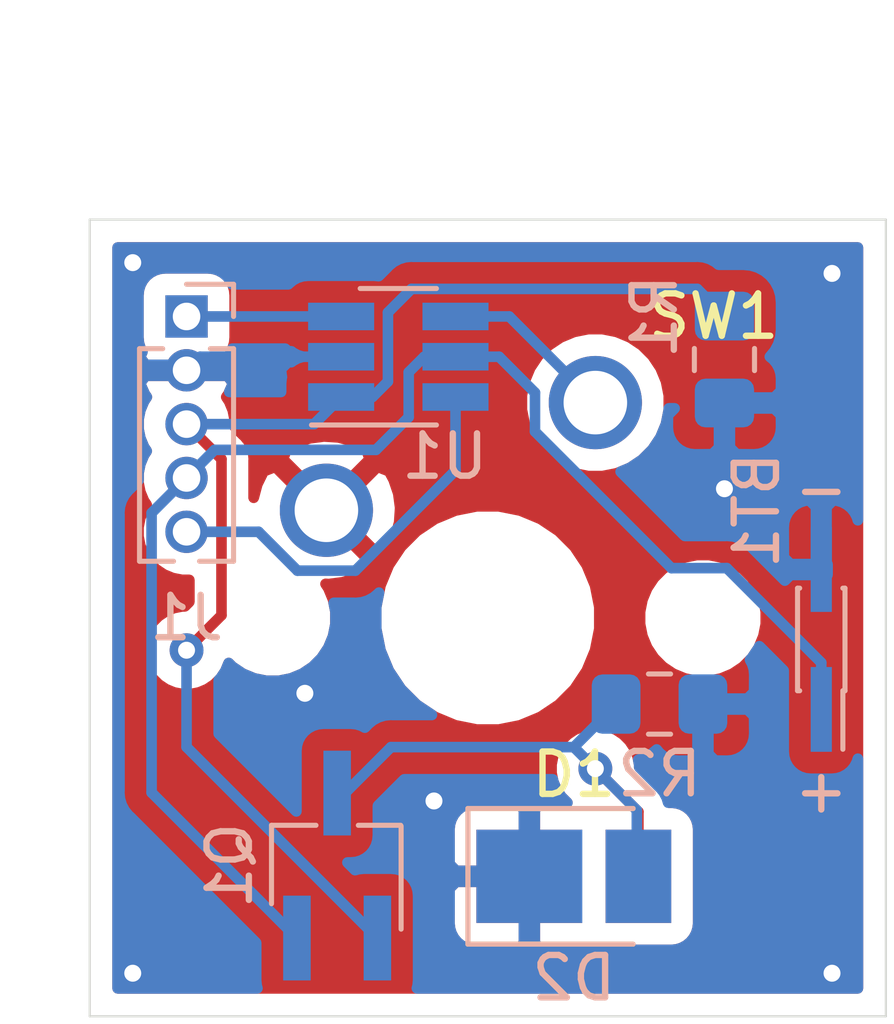
<source format=kicad_pcb>
(kicad_pcb (version 20171130) (host pcbnew "(5.1.6)-1")

  (general
    (thickness 1.6)
    (drawings 6)
    (tracks 58)
    (zones 0)
    (modules 9)
    (nets 8)
  )

  (page A4)
  (layers
    (0 F.Cu signal)
    (31 B.Cu signal)
    (32 B.Adhes user)
    (33 F.Adhes user)
    (34 B.Paste user)
    (35 F.Paste user)
    (36 B.SilkS user)
    (37 F.SilkS user)
    (38 B.Mask user)
    (39 F.Mask user)
    (40 Dwgs.User user)
    (41 Cmts.User user)
    (42 Eco1.User user)
    (43 Eco2.User user)
    (44 Edge.Cuts user)
    (45 Margin user)
    (46 B.CrtYd user)
    (47 F.CrtYd user)
    (48 B.Fab user)
    (49 F.Fab user)
  )

  (setup
    (last_trace_width 0.25)
    (trace_clearance 0.2)
    (zone_clearance 0.508)
    (zone_45_only no)
    (trace_min 0.2)
    (via_size 0.8)
    (via_drill 0.4)
    (via_min_size 0.4)
    (via_min_drill 0.3)
    (uvia_size 0.3)
    (uvia_drill 0.1)
    (uvias_allowed no)
    (uvia_min_size 0.2)
    (uvia_min_drill 0.1)
    (edge_width 0.05)
    (segment_width 0.2)
    (pcb_text_width 0.3)
    (pcb_text_size 1.5 1.5)
    (mod_edge_width 0.12)
    (mod_text_size 1 1)
    (mod_text_width 0.15)
    (pad_size 1.524 1.524)
    (pad_drill 0.762)
    (pad_to_mask_clearance 0.05)
    (aux_axis_origin 0 0)
    (visible_elements 7FFFFFFF)
    (pcbplotparams
      (layerselection 0x010fc_ffffffff)
      (usegerberextensions false)
      (usegerberattributes true)
      (usegerberadvancedattributes true)
      (creategerberjobfile true)
      (excludeedgelayer true)
      (linewidth 0.100000)
      (plotframeref false)
      (viasonmask false)
      (mode 1)
      (useauxorigin false)
      (hpglpennumber 1)
      (hpglpenspeed 20)
      (hpglpendiameter 15.000000)
      (psnegative false)
      (psa4output false)
      (plotreference true)
      (plotvalue true)
      (plotinvisibletext false)
      (padsonsilk false)
      (subtractmaskfromsilk false)
      (outputformat 1)
      (mirror false)
      (drillshape 1)
      (scaleselection 1)
      (outputdirectory ""))
  )

  (net 0 "")
  (net 1 GND)
  (net 2 "Net-(BT1-Pad1)")
  (net 3 "Net-(D1-Pad2)")
  (net 4 "Net-(J1-Pad5)")
  (net 5 /PB0)
  (net 6 "Net-(J1-Pad1)")
  (net 7 /PCINT2)

  (net_class Default "This is the default net class."
    (clearance 0.2)
    (trace_width 0.25)
    (via_dia 0.8)
    (via_drill 0.4)
    (uvia_dia 0.3)
    (uvia_drill 0.1)
    (add_net /PB0)
    (add_net /PCINT2)
    (add_net GND)
    (add_net "Net-(BT1-Pad1)")
    (add_net "Net-(D1-Pad2)")
    (add_net "Net-(J1-Pad1)")
    (add_net "Net-(J1-Pad5)")
  )

  (module Resistor_SMD:R_0805_2012Metric_Pad1.15x1.40mm_HandSolder (layer B.Cu) (tedit 5B36C52B) (tstamp 60A8972D)
    (at 141.723 64.516)
    (descr "Resistor SMD 0805 (2012 Metric), square (rectangular) end terminal, IPC_7351 nominal with elongated pad for handsoldering. (Body size source: https://docs.google.com/spreadsheets/d/1BsfQQcO9C6DZCsRaXUlFlo91Tg2WpOkGARC1WS5S8t0/edit?usp=sharing), generated with kicad-footprint-generator")
    (tags "resistor handsolder")
    (path /60A89513)
    (attr smd)
    (fp_text reference R2 (at 0 1.65) (layer B.SilkS)
      (effects (font (size 1 1) (thickness 0.15)) (justify mirror))
    )
    (fp_text value 10k (at 0 -1.65) (layer B.Fab)
      (effects (font (size 1 1) (thickness 0.15)) (justify mirror))
    )
    (fp_line (start 1.85 -0.95) (end -1.85 -0.95) (layer B.CrtYd) (width 0.05))
    (fp_line (start 1.85 0.95) (end 1.85 -0.95) (layer B.CrtYd) (width 0.05))
    (fp_line (start -1.85 0.95) (end 1.85 0.95) (layer B.CrtYd) (width 0.05))
    (fp_line (start -1.85 -0.95) (end -1.85 0.95) (layer B.CrtYd) (width 0.05))
    (fp_line (start -0.261252 -0.71) (end 0.261252 -0.71) (layer B.SilkS) (width 0.12))
    (fp_line (start -0.261252 0.71) (end 0.261252 0.71) (layer B.SilkS) (width 0.12))
    (fp_line (start 1 -0.6) (end -1 -0.6) (layer B.Fab) (width 0.1))
    (fp_line (start 1 0.6) (end 1 -0.6) (layer B.Fab) (width 0.1))
    (fp_line (start -1 0.6) (end 1 0.6) (layer B.Fab) (width 0.1))
    (fp_line (start -1 -0.6) (end -1 0.6) (layer B.Fab) (width 0.1))
    (fp_text user %R (at 0 0) (layer B.Fab)
      (effects (font (size 0.5 0.5) (thickness 0.08)) (justify mirror))
    )
    (pad 2 smd roundrect (at 1.025 0) (size 1.15 1.4) (layers B.Cu B.Paste B.Mask) (roundrect_rratio 0.217391)
      (net 1 GND))
    (pad 1 smd roundrect (at -1.025 0) (size 1.15 1.4) (layers B.Cu B.Paste B.Mask) (roundrect_rratio 0.217391)
      (net 3 "Net-(D1-Pad2)"))
    (model ${KISYS3DMOD}/Resistor_SMD.3dshapes/R_0805_2012Metric.wrl
      (at (xyz 0 0 0))
      (scale (xyz 1 1 1))
      (rotate (xyz 0 0 0))
    )
  )

  (module LED_SMD:LED_PLCC_2835_Handsoldering (layer B.Cu) (tedit 5C65228D) (tstamp 60A1215F)
    (at 139.7 68.58)
    (descr https://www.luckylight.cn/media/component/data-sheet/R2835BC-B2M-M10.pdf)
    (tags LED)
    (path /60A1242A)
    (attr smd)
    (fp_text reference D2 (at 0 2.4) (layer B.SilkS)
      (effects (font (size 1 1) (thickness 0.15)) (justify mirror))
    )
    (fp_text value LED (at 0 -2.475) (layer B.Fab)
      (effects (font (size 1 1) (thickness 0.15)) (justify mirror))
    )
    (fp_line (start -1.05 1.4) (end -1.75 0.7) (layer B.Fab) (width 0.1))
    (fp_line (start -2.5 1.6) (end -2.5 -1.6) (layer B.SilkS) (width 0.12))
    (fp_line (start 1.75 -1.4) (end -1.75 -1.4) (layer B.Fab) (width 0.1))
    (fp_line (start -1.75 -1.4) (end -1.75 0.7) (layer B.Fab) (width 0.1))
    (fp_line (start -1.05 1.4) (end 1.75 1.4) (layer B.Fab) (width 0.1))
    (fp_line (start 1.75 1.4) (end 1.75 -1.4) (layer B.Fab) (width 0.1))
    (fp_line (start 1.4 -1.6) (end -2.5 -1.6) (layer B.SilkS) (width 0.12))
    (fp_line (start 1.4 1.6) (end -2.5 1.6) (layer B.SilkS) (width 0.12))
    (fp_line (start 2.55 -1.65) (end -2.55 -1.65) (layer B.CrtYd) (width 0.05))
    (fp_line (start -2.55 -1.65) (end -2.55 1.65) (layer B.CrtYd) (width 0.05))
    (fp_line (start -2.55 1.65) (end 2.55 1.65) (layer B.CrtYd) (width 0.05))
    (fp_line (start 2.55 1.65) (end 2.55 -1.65) (layer B.CrtYd) (width 0.05))
    (fp_text user %R (at 0 0) (layer B.Fab)
      (effects (font (size 0.9 0.9) (thickness 0.135)) (justify mirror))
    )
    (pad 2 smd rect (at 1.525 0) (size 1.55 2.2) (layers B.Cu B.Paste B.Mask)
      (net 3 "Net-(D1-Pad2)"))
    (pad 1 smd rect (at -1.05 0) (size 2.5 2.2) (layers B.Cu B.Paste B.Mask)
      (net 1 GND))
    (model ${KISYS3DMOD}/LED_SMD.3dshapes/LED_PLCC_2835.wrl
      (at (xyz 0 0 0))
      (scale (xyz 1 1 1))
      (rotate (xyz 0 0 0))
    )
  )

  (module LED_SMD:LED_PLCC_2835_Handsoldering (layer F.Cu) (tedit 5C65228D) (tstamp 60A097C2)
    (at 139.699 68.58)
    (descr https://www.luckylight.cn/media/component/data-sheet/R2835BC-B2M-M10.pdf)
    (tags LED)
    (path /60A1A4B3)
    (attr smd)
    (fp_text reference D1 (at 0 -2.4) (layer F.SilkS)
      (effects (font (size 1 1) (thickness 0.15)))
    )
    (fp_text value LED (at 0 2.475) (layer F.Fab)
      (effects (font (size 1 1) (thickness 0.15)))
    )
    (fp_line (start -1.05 -1.4) (end -1.75 -0.7) (layer F.Fab) (width 0.1))
    (fp_line (start -2.5 -1.6) (end -2.5 1.6) (layer F.SilkS) (width 0.12))
    (fp_line (start 1.75 1.4) (end -1.75 1.4) (layer F.Fab) (width 0.1))
    (fp_line (start -1.75 1.4) (end -1.75 -0.7) (layer F.Fab) (width 0.1))
    (fp_line (start -1.05 -1.4) (end 1.75 -1.4) (layer F.Fab) (width 0.1))
    (fp_line (start 1.75 -1.4) (end 1.75 1.4) (layer F.Fab) (width 0.1))
    (fp_line (start 1.4 1.6) (end -2.5 1.6) (layer F.SilkS) (width 0.12))
    (fp_line (start 1.4 -1.6) (end -2.5 -1.6) (layer F.SilkS) (width 0.12))
    (fp_line (start 2.55 1.65) (end -2.55 1.65) (layer F.CrtYd) (width 0.05))
    (fp_line (start -2.55 1.65) (end -2.55 -1.65) (layer F.CrtYd) (width 0.05))
    (fp_line (start -2.55 -1.65) (end 2.55 -1.65) (layer F.CrtYd) (width 0.05))
    (fp_line (start 2.55 -1.65) (end 2.55 1.65) (layer F.CrtYd) (width 0.05))
    (fp_text user %R (at 0 0) (layer F.Fab)
      (effects (font (size 0.9 0.9) (thickness 0.135)))
    )
    (pad 2 smd rect (at 1.525 0) (size 1.55 2.2) (layers F.Cu F.Paste F.Mask)
      (net 3 "Net-(D1-Pad2)"))
    (pad 1 smd rect (at -1.05 0) (size 2.5 2.2) (layers F.Cu F.Paste F.Mask)
      (net 1 GND))
    (model ${KISYS3DMOD}/LED_SMD.3dshapes/LED_PLCC_2835.wrl
      (at (xyz 0 0 0))
      (scale (xyz 1 1 1))
      (rotate (xyz 0 0 0))
    )
  )

  (module Resistor_SMD:R_0805_2012Metric_Pad1.15x1.40mm_HandSolder (layer B.Cu) (tedit 5B36C52B) (tstamp 60A11FAB)
    (at 143.256 56.388 270)
    (descr "Resistor SMD 0805 (2012 Metric), square (rectangular) end terminal, IPC_7351 nominal with elongated pad for handsoldering. (Body size source: https://docs.google.com/spreadsheets/d/1BsfQQcO9C6DZCsRaXUlFlo91Tg2WpOkGARC1WS5S8t0/edit?usp=sharing), generated with kicad-footprint-generator")
    (tags "resistor handsolder")
    (path /60A12278)
    (attr smd)
    (fp_text reference R1 (at -1.016 1.65 90) (layer B.SilkS)
      (effects (font (size 1 1) (thickness 0.15)) (justify mirror))
    )
    (fp_text value 10k (at 0 -1.65 90) (layer B.Fab)
      (effects (font (size 1 1) (thickness 0.15)) (justify mirror))
    )
    (fp_line (start -1 -0.6) (end -1 0.6) (layer B.Fab) (width 0.1))
    (fp_line (start -1 0.6) (end 1 0.6) (layer B.Fab) (width 0.1))
    (fp_line (start 1 0.6) (end 1 -0.6) (layer B.Fab) (width 0.1))
    (fp_line (start 1 -0.6) (end -1 -0.6) (layer B.Fab) (width 0.1))
    (fp_line (start -0.261252 0.71) (end 0.261252 0.71) (layer B.SilkS) (width 0.12))
    (fp_line (start -0.261252 -0.71) (end 0.261252 -0.71) (layer B.SilkS) (width 0.12))
    (fp_line (start -1.85 -0.95) (end -1.85 0.95) (layer B.CrtYd) (width 0.05))
    (fp_line (start -1.85 0.95) (end 1.85 0.95) (layer B.CrtYd) (width 0.05))
    (fp_line (start 1.85 0.95) (end 1.85 -0.95) (layer B.CrtYd) (width 0.05))
    (fp_line (start 1.85 -0.95) (end -1.85 -0.95) (layer B.CrtYd) (width 0.05))
    (fp_text user %R (at 0 0 90) (layer B.Fab)
      (effects (font (size 0.5 0.5) (thickness 0.08)) (justify mirror))
    )
    (pad 2 smd roundrect (at 1.025 0 270) (size 1.15 1.4) (layers B.Cu B.Paste B.Mask) (roundrect_rratio 0.217391)
      (net 1 GND))
    (pad 1 smd roundrect (at -1.025 0 270) (size 1.15 1.4) (layers B.Cu B.Paste B.Mask) (roundrect_rratio 0.217391)
      (net 5 /PB0))
    (model ${KISYS3DMOD}/Resistor_SMD.3dshapes/R_0805_2012Metric.wrl
      (at (xyz 0 0 0))
      (scale (xyz 1 1 1))
      (rotate (xyz 0 0 0))
    )
  )

  (module Button_Switch_Keyboard:SW_Cherry_MX_1.00u_PCB (layer F.Cu) (tedit 60A00B6D) (tstamp 60A0980C)
    (at 140.208 57.404)
    (descr "Cherry MX keyswitch, 1.00u, PCB mount, http://cherryamericas.com/wp-content/uploads/2014/12/mx_cat.pdf")
    (tags "Cherry MX keyswitch 1.00u PCB")
    (path /60A01BC8)
    (fp_text reference SW1 (at 2.794 -2.032 180) (layer F.SilkS)
      (effects (font (size 1 1) (thickness 0.15)))
    )
    (fp_text value SW_Push (at 3.048 -2.794) (layer F.Fab)
      (effects (font (size 1 1) (thickness 0.15)))
    )
    (fp_line (start -12.065 14.605) (end -12.065 -4.445) (layer Dwgs.User) (width 0.15))
    (fp_line (start 6.985 14.605) (end -12.065 14.605) (layer Dwgs.User) (width 0.15))
    (fp_line (start 6.985 -4.445) (end 6.985 14.605) (layer Dwgs.User) (width 0.15))
    (fp_line (start -12.065 -4.445) (end 6.985 -4.445) (layer Dwgs.User) (width 0.15))
    (fp_line (start -9.14 -1.52) (end 4.06 -1.52) (layer F.CrtYd) (width 0.05))
    (fp_line (start 4.06 -1.52) (end 4.06 11.68) (layer F.CrtYd) (width 0.05))
    (fp_line (start 4.06 11.68) (end -9.14 11.68) (layer F.CrtYd) (width 0.05))
    (fp_line (start -9.14 11.68) (end -9.14 -1.52) (layer F.CrtYd) (width 0.05))
    (fp_line (start -8.89 11.43) (end -8.89 -1.27) (layer F.Fab) (width 0.1))
    (fp_line (start 3.81 11.43) (end -8.89 11.43) (layer F.Fab) (width 0.1))
    (fp_line (start 3.81 -1.27) (end 3.81 11.43) (layer F.Fab) (width 0.1))
    (fp_line (start -8.89 -1.27) (end 3.81 -1.27) (layer F.Fab) (width 0.1))
    (fp_text user %R (at -2.54 -2.794) (layer F.Fab)
      (effects (font (size 1 1) (thickness 0.15)))
    )
    (pad "" np_thru_hole circle (at 2.54 5.08) (size 1.7 1.7) (drill 1.7) (layers *.Cu *.Mask))
    (pad "" np_thru_hole circle (at -7.62 5.08) (size 1.7 1.7) (drill 1.7) (layers *.Cu *.Mask))
    (pad "" np_thru_hole circle (at -2.54 5.08) (size 4 4) (drill 4) (layers *.Cu *.Mask))
    (pad 2 thru_hole circle (at -6.35 2.54) (size 2.2 2.2) (drill 1.5) (layers *.Cu *.Mask)
      (net 1 GND))
    (pad 1 thru_hole circle (at 0 0) (size 2.2 2.2) (drill 1.5) (layers *.Cu *.Mask)
      (net 7 /PCINT2))
    (model ${KISYS3DMOD}/Button_Switch_Keyboard.3dshapes/SW_Cherry_MX_1.00u_PCB.wrl
      (at (xyz 0 0 0))
      (scale (xyz 1 1 1))
      (rotate (xyz 0 0 0))
    )
  )

  (module Connector_PinHeader_1.27mm:PinHeader_1x05_P1.27mm_Vertical (layer B.Cu) (tedit 59FED6E3) (tstamp 60A097DD)
    (at 130.556 55.372 180)
    (descr "Through hole straight pin header, 1x05, 1.27mm pitch, single row")
    (tags "Through hole pin header THT 1x05 1.27mm single row")
    (path /60A0C918)
    (fp_text reference J1 (at 0 -7.112 180) (layer B.SilkS)
      (effects (font (size 1 1) (thickness 0.15)) (justify mirror))
    )
    (fp_text value Conn_01x05_Female (at 3.556 -0.254 90) (layer B.Fab)
      (effects (font (size 1 1) (thickness 0.15)) (justify mirror))
    )
    (fp_line (start 1.55 1.15) (end -1.55 1.15) (layer B.CrtYd) (width 0.05))
    (fp_line (start 1.55 -6.25) (end 1.55 1.15) (layer B.CrtYd) (width 0.05))
    (fp_line (start -1.55 -6.25) (end 1.55 -6.25) (layer B.CrtYd) (width 0.05))
    (fp_line (start -1.55 1.15) (end -1.55 -6.25) (layer B.CrtYd) (width 0.05))
    (fp_line (start -1.11 0.76) (end 0 0.76) (layer B.SilkS) (width 0.12))
    (fp_line (start -1.11 0) (end -1.11 0.76) (layer B.SilkS) (width 0.12))
    (fp_line (start 0.563471 -0.76) (end 1.11 -0.76) (layer B.SilkS) (width 0.12))
    (fp_line (start -1.11 -0.76) (end -0.563471 -0.76) (layer B.SilkS) (width 0.12))
    (fp_line (start 1.11 -0.76) (end 1.11 -5.775) (layer B.SilkS) (width 0.12))
    (fp_line (start -1.11 -0.76) (end -1.11 -5.775) (layer B.SilkS) (width 0.12))
    (fp_line (start 0.30753 -5.775) (end 1.11 -5.775) (layer B.SilkS) (width 0.12))
    (fp_line (start -1.11 -5.775) (end -0.30753 -5.775) (layer B.SilkS) (width 0.12))
    (fp_line (start -1.05 0.11) (end -0.525 0.635) (layer B.Fab) (width 0.1))
    (fp_line (start -1.05 -5.715) (end -1.05 0.11) (layer B.Fab) (width 0.1))
    (fp_line (start 1.05 -5.715) (end -1.05 -5.715) (layer B.Fab) (width 0.1))
    (fp_line (start 1.05 0.635) (end 1.05 -5.715) (layer B.Fab) (width 0.1))
    (fp_line (start -0.525 0.635) (end 1.05 0.635) (layer B.Fab) (width 0.1))
    (pad 5 thru_hole oval (at 0 -5.08 180) (size 1 1) (drill 0.65) (layers *.Cu *.Mask)
      (net 4 "Net-(J1-Pad5)"))
    (pad 4 thru_hole oval (at 0 -3.81 180) (size 1 1) (drill 0.65) (layers *.Cu *.Mask)
      (net 2 "Net-(BT1-Pad1)"))
    (pad 3 thru_hole oval (at 0 -2.54 180) (size 1 1) (drill 0.65) (layers *.Cu *.Mask)
      (net 5 /PB0))
    (pad 2 thru_hole oval (at 0 -1.27 180) (size 1 1) (drill 0.65) (layers *.Cu *.Mask)
      (net 1 GND))
    (pad 1 thru_hole rect (at 0 0 180) (size 1 1) (drill 0.65) (layers *.Cu *.Mask)
      (net 6 "Net-(J1-Pad1)"))
    (model ${KISYS3DMOD}/Connector_PinHeader_1.27mm.3dshapes/PinHeader_1x05_P1.27mm_Vertical.wrl
      (at (xyz 0 0 0))
      (scale (xyz 1 1 1))
      (rotate (xyz 0 0 0))
    )
  )

  (module Connector_PinHeader_1.00mm:PinHeader_2x01_P1.00mm_Vertical_SMD (layer B.Cu) (tedit 59FED738) (tstamp 60A0ABAD)
    (at 145.542 62.992 90)
    (descr "surface-mounted straight pin header, 2x01, 1.00mm pitch, double rows")
    (tags "Surface mounted pin header SMD 2x01 1.00mm double row")
    (path /60A05475)
    (attr smd)
    (fp_text reference BT1 (at 3.048 -1.524 -90) (layer B.SilkS)
      (effects (font (size 1 1) (thickness 0.15)) (justify mirror))
    )
    (fp_text value LR44 (at 0 -1.56 -90) (layer B.Fab)
      (effects (font (size 1 1) (thickness 0.15)) (justify mirror))
    )
    (fp_line (start 3.65 1) (end -3.65 1) (layer B.CrtYd) (width 0.05))
    (fp_line (start 3.65 -1) (end 3.65 1) (layer B.CrtYd) (width 0.05))
    (fp_line (start -3.65 -1) (end 3.65 -1) (layer B.CrtYd) (width 0.05))
    (fp_line (start -3.65 1) (end -3.65 -1) (layer B.CrtYd) (width 0.05))
    (fp_line (start 1.21 -0.51) (end 1.21 -0.56) (layer B.SilkS) (width 0.12))
    (fp_line (start -1.21 -0.51) (end -1.21 -0.56) (layer B.SilkS) (width 0.12))
    (fp_line (start 1.21 0.56) (end 1.21 0.51) (layer B.SilkS) (width 0.12))
    (fp_line (start -1.21 0.56) (end -1.21 0.51) (layer B.SilkS) (width 0.12))
    (fp_line (start -2.59 0.51) (end -1.21 0.51) (layer B.SilkS) (width 0.12))
    (fp_line (start -1.21 -0.56) (end 1.21 -0.56) (layer B.SilkS) (width 0.12))
    (fp_line (start -1.21 0.56) (end 1.21 0.56) (layer B.SilkS) (width 0.12))
    (fp_line (start 2.4 -0.15) (end 1.15 -0.15) (layer B.Fab) (width 0.1))
    (fp_line (start 2.4 0.15) (end 2.4 -0.15) (layer B.Fab) (width 0.1))
    (fp_line (start 1.15 0.15) (end 2.4 0.15) (layer B.Fab) (width 0.1))
    (fp_line (start -2.4 -0.15) (end -1.15 -0.15) (layer B.Fab) (width 0.1))
    (fp_line (start -2.4 0.15) (end -2.4 -0.15) (layer B.Fab) (width 0.1))
    (fp_line (start -1.15 0.15) (end -2.4 0.15) (layer B.Fab) (width 0.1))
    (fp_line (start 1.15 0.5) (end 1.15 -0.5) (layer B.Fab) (width 0.1))
    (fp_line (start -1.15 0.15) (end -0.8 0.5) (layer B.Fab) (width 0.1))
    (fp_line (start -1.15 -0.5) (end -1.15 0.15) (layer B.Fab) (width 0.1))
    (fp_line (start -0.8 0.5) (end 1.15 0.5) (layer B.Fab) (width 0.1))
    (fp_line (start 1.15 -0.5) (end -1.15 -0.5) (layer B.Fab) (width 0.1))
    (fp_text user %R (at 0 0) (layer F.Fab)
      (effects (font (size 1 1) (thickness 0.15)))
    )
    (pad 2 smd rect (at 1.65 0 90) (size 2 0.5) (layers B.Cu B.Paste B.Mask)
      (net 1 GND))
    (pad 1 smd rect (at -1.65 0 90) (size 2 0.5) (layers B.Cu B.Paste B.Mask)
      (net 2 "Net-(BT1-Pad1)"))
    (model ${KISYS3DMOD}/Connector_PinHeader_1.00mm.3dshapes/PinHeader_2x01_P1.00mm_Vertical_SMD.wrl
      (at (xyz 0 0 0))
      (scale (xyz 1 1 1))
      (rotate (xyz 0 0 0))
    )
  )

  (module Package_TO_SOT_SMD:SOT-23-6_Handsoldering (layer B.Cu) (tedit 5A02FF57) (tstamp 60A09822)
    (at 135.556 56.322)
    (descr "6-pin SOT-23 package, Handsoldering")
    (tags "SOT-23-6 Handsoldering")
    (path /60A00025)
    (attr smd)
    (fp_text reference U1 (at 1.096 2.352) (layer B.SilkS)
      (effects (font (size 1 1) (thickness 0.15)) (justify mirror))
    )
    (fp_text value ATtiny10-TS (at 0.254 4.572) (layer B.Fab)
      (effects (font (size 1 1) (thickness 0.15)) (justify mirror))
    )
    (fp_line (start 0.9 1.55) (end 0.9 -1.55) (layer B.Fab) (width 0.1))
    (fp_line (start 0.9 -1.55) (end -0.9 -1.55) (layer B.Fab) (width 0.1))
    (fp_line (start -0.9 0.9) (end -0.9 -1.55) (layer B.Fab) (width 0.1))
    (fp_line (start 0.9 1.55) (end -0.25 1.55) (layer B.Fab) (width 0.1))
    (fp_line (start -0.9 0.9) (end -0.25 1.55) (layer B.Fab) (width 0.1))
    (fp_line (start -2.4 1.8) (end 2.4 1.8) (layer B.CrtYd) (width 0.05))
    (fp_line (start 2.4 1.8) (end 2.4 -1.8) (layer B.CrtYd) (width 0.05))
    (fp_line (start 2.4 -1.8) (end -2.4 -1.8) (layer B.CrtYd) (width 0.05))
    (fp_line (start -2.4 -1.8) (end -2.4 1.8) (layer B.CrtYd) (width 0.05))
    (fp_line (start 0.9 1.61) (end -2.05 1.61) (layer B.SilkS) (width 0.12))
    (fp_line (start -0.9 -1.61) (end 0.9 -1.61) (layer B.SilkS) (width 0.12))
    (fp_text user %R (at 0 0 -90) (layer B.Fab)
      (effects (font (size 0.5 0.5) (thickness 0.075)) (justify mirror))
    )
    (pad 5 smd rect (at 1.35 0) (size 1.56 0.65) (layers B.Cu B.Paste B.Mask)
      (net 2 "Net-(BT1-Pad1)"))
    (pad 6 smd rect (at 1.35 0.95) (size 1.56 0.65) (layers B.Cu B.Paste B.Mask)
      (net 4 "Net-(J1-Pad5)"))
    (pad 4 smd rect (at 1.35 -0.95) (size 1.56 0.65) (layers B.Cu B.Paste B.Mask)
      (net 7 /PCINT2))
    (pad 3 smd rect (at -1.35 -0.95) (size 1.56 0.65) (layers B.Cu B.Paste B.Mask)
      (net 6 "Net-(J1-Pad1)"))
    (pad 2 smd rect (at -1.35 0) (size 1.56 0.65) (layers B.Cu B.Paste B.Mask)
      (net 1 GND))
    (pad 1 smd rect (at -1.35 0.95) (size 1.56 0.65) (layers B.Cu B.Paste B.Mask)
      (net 5 /PB0))
    (model ${KISYS3DMOD}/Package_TO_SOT_SMD.3dshapes/SOT-23-6.wrl
      (at (xyz 0 0 0))
      (scale (xyz 1 1 1))
      (rotate (xyz 0 0 0))
    )
  )

  (module Package_TO_SOT_SMD:TSOT-23_HandSoldering (layer B.Cu) (tedit 5A02FF57) (tstamp 60A097F2)
    (at 134.112 68.326 90)
    (descr "5-pin TSOT23 package, http://cds.linear.com/docs/en/packaging/SOT_5_05-08-1635.pdf")
    (tags "TSOT-23 Hand-soldering")
    (path /60A16963)
    (attr smd)
    (fp_text reference Q1 (at 0 -2.54 -90) (layer B.SilkS)
      (effects (font (size 1 1) (thickness 0.15)) (justify mirror))
    )
    (fp_text value Q_NMOS_GDS (at 4.064 0.508 -180) (layer B.Fab)
      (effects (font (size 1 1) (thickness 0.15)) (justify mirror))
    )
    (fp_line (start 2.96 -1.7) (end -2.96 -1.7) (layer B.CrtYd) (width 0.05))
    (fp_line (start 2.96 -1.7) (end 2.96 1.7) (layer B.CrtYd) (width 0.05))
    (fp_line (start -2.96 1.7) (end -2.96 -1.7) (layer B.CrtYd) (width 0.05))
    (fp_line (start -2.96 1.7) (end 2.96 1.7) (layer B.CrtYd) (width 0.05))
    (fp_line (start 0.88 1.45) (end 0.88 -1.45) (layer B.Fab) (width 0.1))
    (fp_line (start 0.88 -1.45) (end -0.88 -1.45) (layer B.Fab) (width 0.1))
    (fp_line (start -0.88 1) (end -0.88 -1.45) (layer B.Fab) (width 0.1))
    (fp_line (start 0.88 1.45) (end -0.43 1.45) (layer B.Fab) (width 0.1))
    (fp_line (start -0.88 1) (end -0.43 1.45) (layer B.Fab) (width 0.1))
    (fp_line (start 0.93 1.51) (end -1.5 1.51) (layer B.SilkS) (width 0.12))
    (fp_line (start 0.95 1.5) (end 0.95 0.5) (layer B.SilkS) (width 0.12))
    (fp_line (start 0.95 -1.55) (end -0.9 -1.55) (layer B.SilkS) (width 0.12))
    (fp_line (start 0.95 -0.5) (end 0.95 -1.55) (layer B.SilkS) (width 0.12))
    (fp_text user %R (at 0 0) (layer B.Fab)
      (effects (font (size 0.5 0.5) (thickness 0.075)) (justify mirror))
    )
    (pad 3 smd rect (at 1.71 0 90) (size 2 0.65) (layers B.Cu B.Paste B.Mask)
      (net 3 "Net-(D1-Pad2)"))
    (pad 2 smd rect (at -1.71 -0.95 90) (size 2 0.65) (layers B.Cu B.Paste B.Mask)
      (net 2 "Net-(BT1-Pad1)"))
    (pad 1 smd rect (at -1.71 0.95 90) (size 2 0.65) (layers B.Cu B.Paste B.Mask)
      (net 5 /PB0))
    (model ${KISYS3DMOD}/Package_TO_SOT_SMD.3dshapes/TSOT-23.wrl
      (at (xyz 0 0 0))
      (scale (xyz 1 1 1))
      (rotate (xyz 0 0 0))
    )
  )

  (gr_text - (at 145.542 59.436) (layer B.SilkS)
    (effects (font (size 1 1) (thickness 0.15)) (justify mirror))
  )
  (gr_text + (at 145.542 66.548) (layer B.SilkS)
    (effects (font (size 1 1) (thickness 0.15)) (justify mirror))
  )
  (gr_line (start 147.066 53.086) (end 128.27 53.086) (layer Edge.Cuts) (width 0.05) (tstamp 60A0B15B))
  (gr_line (start 147.066 71.882) (end 147.066 53.086) (layer Edge.Cuts) (width 0.05))
  (gr_line (start 128.27 71.882) (end 147.066 71.882) (layer Edge.Cuts) (width 0.05))
  (gr_line (start 128.27 53.086) (end 128.27 71.882) (layer Edge.Cuts) (width 0.05))

  (via (at 145.796 54.356) (size 0.8) (drill 0.4) (layers F.Cu B.Cu) (net 1))
  (via (at 145.796 70.866) (size 0.8) (drill 0.4) (layers F.Cu B.Cu) (net 1))
  (segment (start 130.876 56.322) (end 134.206 56.322) (width 0.25) (layer B.Cu) (net 1))
  (segment (start 130.556 56.642) (end 130.876 56.322) (width 0.25) (layer B.Cu) (net 1))
  (via (at 129.286 70.866) (size 0.8) (drill 0.4) (layers F.Cu B.Cu) (net 1))
  (via (at 129.286 54.102) (size 0.8) (drill 0.4) (layers F.Cu B.Cu) (net 1))
  (via (at 133.35 64.262) (size 0.8) (drill 0.4) (layers F.Cu B.Cu) (net 1))
  (via (at 143.256 59.436) (size 0.8) (drill 0.4) (layers F.Cu B.Cu) (net 1))
  (via (at 136.398 66.802) (size 0.8) (drill 0.4) (layers F.Cu B.Cu) (net 1))
  (segment (start 145.542 63.538998) (end 145.542 64.642) (width 0.25) (layer B.Cu) (net 2))
  (segment (start 143.312001 61.308999) (end 145.542 63.538998) (width 0.25) (layer B.Cu) (net 2))
  (segment (start 138.782999 58.088001) (end 142.003997 61.308999) (width 0.25) (layer B.Cu) (net 2))
  (segment (start 138.782999 57.168999) (end 138.782999 58.088001) (width 0.25) (layer B.Cu) (net 2))
  (segment (start 137.936 56.322) (end 138.782999 57.168999) (width 0.25) (layer B.Cu) (net 2))
  (segment (start 142.003997 61.308999) (end 143.312001 61.308999) (width 0.25) (layer B.Cu) (net 2))
  (segment (start 136.906 56.322) (end 137.936 56.322) (width 0.25) (layer B.Cu) (net 2))
  (segment (start 135.800999 57.747001) (end 135.800999 56.686999) (width 0.25) (layer B.Cu) (net 2))
  (segment (start 135.029001 58.518999) (end 135.800999 57.747001) (width 0.25) (layer B.Cu) (net 2))
  (segment (start 136.165998 56.322) (end 136.906 56.322) (width 0.25) (layer B.Cu) (net 2))
  (segment (start 131.219001 58.518999) (end 135.029001 58.518999) (width 0.25) (layer B.Cu) (net 2))
  (segment (start 135.800999 56.686999) (end 136.165998 56.322) (width 0.25) (layer B.Cu) (net 2))
  (segment (start 130.556 59.182) (end 131.219001 58.518999) (width 0.25) (layer B.Cu) (net 2))
  (segment (start 129.730999 66.604999) (end 133.162 70.036) (width 0.25) (layer B.Cu) (net 2))
  (segment (start 129.730999 60.007001) (end 129.730999 66.604999) (width 0.25) (layer B.Cu) (net 2))
  (segment (start 130.556 59.182) (end 129.730999 60.007001) (width 0.25) (layer B.Cu) (net 2))
  (segment (start 134.112 66.616) (end 134.298 66.616) (width 0.25) (layer B.Cu) (net 3))
  (segment (start 134.298 66.616) (end 135.382 65.532) (width 0.25) (layer B.Cu) (net 3))
  (via (at 140.208 66.04) (size 0.8) (drill 0.4) (layers F.Cu B.Cu) (net 3))
  (segment (start 135.382 65.532) (end 139.7 65.532) (width 0.25) (layer B.Cu) (net 3))
  (segment (start 139.7 65.532) (end 140.208 66.04) (width 0.25) (layer B.Cu) (net 3))
  (segment (start 141.224 67.056) (end 140.208 66.04) (width 0.25) (layer F.Cu) (net 3))
  (segment (start 141.224 67.818) (end 141.224 67.056) (width 0.25) (layer F.Cu) (net 3))
  (segment (start 141.1875 67.0195) (end 141.1875 67.818) (width 0.25) (layer B.Cu) (net 3))
  (segment (start 140.208 66.04) (end 141.1875 67.0195) (width 0.25) (layer B.Cu) (net 3))
  (segment (start 140.698 64.534) (end 139.7 65.532) (width 0.25) (layer B.Cu) (net 3))
  (segment (start 140.698 64.516) (end 140.698 64.534) (width 0.25) (layer B.Cu) (net 3))
  (segment (start 134.542001 61.369001) (end 136.906 59.005002) (width 0.25) (layer B.Cu) (net 4))
  (segment (start 133.173999 61.369001) (end 134.542001 61.369001) (width 0.25) (layer B.Cu) (net 4))
  (segment (start 136.906 59.005002) (end 136.906 57.272) (width 0.25) (layer B.Cu) (net 4))
  (segment (start 132.256998 60.452) (end 133.173999 61.369001) (width 0.25) (layer B.Cu) (net 4))
  (segment (start 130.556 60.452) (end 132.256998 60.452) (width 0.25) (layer B.Cu) (net 4))
  (segment (start 133.566 57.912) (end 134.206 57.272) (width 0.25) (layer B.Cu) (net 5))
  (segment (start 130.556 57.912) (end 133.566 57.912) (width 0.25) (layer B.Cu) (net 5))
  (via (at 130.556 63.246) (size 0.8) (drill 0.4) (layers F.Cu B.Cu) (net 5))
  (segment (start 135.062 70.036) (end 130.556 65.53) (width 0.25) (layer B.Cu) (net 5))
  (segment (start 130.556 65.53) (end 130.556 63.246) (width 0.25) (layer B.Cu) (net 5))
  (segment (start 131.381001 62.420999) (end 131.381001 58.737001) (width 0.25) (layer F.Cu) (net 5))
  (segment (start 131.381001 58.737001) (end 130.556 57.912) (width 0.25) (layer F.Cu) (net 5))
  (segment (start 130.556 63.246) (end 131.381001 62.420999) (width 0.25) (layer F.Cu) (net 5))
  (segment (start 134.946002 57.272) (end 134.206 57.272) (width 0.25) (layer B.Cu) (net 5))
  (segment (start 135.311001 56.907001) (end 134.946002 57.272) (width 0.25) (layer B.Cu) (net 5))
  (segment (start 135.311001 55.276997) (end 135.311001 56.907001) (width 0.25) (layer B.Cu) (net 5))
  (segment (start 135.865999 54.721999) (end 135.311001 55.276997) (width 0.25) (layer B.Cu) (net 5))
  (segment (start 142.614999 54.721999) (end 135.865999 54.721999) (width 0.25) (layer B.Cu) (net 5))
  (segment (start 143.256 55.363) (end 142.614999 54.721999) (width 0.25) (layer B.Cu) (net 5))
  (segment (start 130.556 55.372) (end 134.206 55.372) (width 0.25) (layer B.Cu) (net 6))
  (segment (start 138.176 55.372) (end 140.208 57.404) (width 0.25) (layer B.Cu) (net 7))
  (segment (start 136.906 55.372) (end 138.176 55.372) (width 0.25) (layer B.Cu) (net 7))

  (zone (net 1) (net_name GND) (layer F.Cu) (tstamp 60A895A7) (hatch edge 0.508)
    (connect_pads (clearance 0.508))
    (min_thickness 0.254)
    (fill yes (arc_segments 32) (thermal_gap 0.508) (thermal_bridge_width 0.508))
    (polygon
      (pts
        (xy 147.066 71.882) (xy 128.27 71.882) (xy 128.27 53.086) (xy 147.066 53.086)
      )
    )
    (filled_polygon
      (pts
        (xy 146.406 71.222) (xy 128.93 71.222) (xy 128.93 69.68) (xy 136.760928 69.68) (xy 136.773188 69.804482)
        (xy 136.809498 69.92418) (xy 136.868463 70.034494) (xy 136.947815 70.131185) (xy 137.044506 70.210537) (xy 137.15482 70.269502)
        (xy 137.274518 70.305812) (xy 137.399 70.318072) (xy 138.36325 70.315) (xy 138.522 70.15625) (xy 138.522 68.707)
        (xy 136.92275 68.707) (xy 136.764 68.86575) (xy 136.760928 69.68) (xy 128.93 69.68) (xy 128.93 67.48)
        (xy 136.760928 67.48) (xy 136.764 68.29425) (xy 136.92275 68.453) (xy 138.522 68.453) (xy 138.522 67.00375)
        (xy 138.776 67.00375) (xy 138.776 68.453) (xy 138.796 68.453) (xy 138.796 68.707) (xy 138.776 68.707)
        (xy 138.776 70.15625) (xy 138.93475 70.315) (xy 139.899 70.318072) (xy 140.023482 70.305812) (xy 140.14318 70.269502)
        (xy 140.174 70.253028) (xy 140.20482 70.269502) (xy 140.324518 70.305812) (xy 140.449 70.318072) (xy 141.999 70.318072)
        (xy 142.123482 70.305812) (xy 142.24318 70.269502) (xy 142.353494 70.210537) (xy 142.450185 70.131185) (xy 142.529537 70.034494)
        (xy 142.588502 69.92418) (xy 142.624812 69.804482) (xy 142.637072 69.68) (xy 142.637072 67.48) (xy 142.624812 67.355518)
        (xy 142.588502 67.23582) (xy 142.529537 67.125506) (xy 142.450185 67.028815) (xy 142.353494 66.949463) (xy 142.24318 66.890498)
        (xy 142.123482 66.854188) (xy 141.999 66.841928) (xy 141.95326 66.841928) (xy 141.929546 66.763753) (xy 141.895348 66.699774)
        (xy 141.858974 66.631723) (xy 141.787799 66.544997) (xy 141.764001 66.515999) (xy 141.735003 66.492201) (xy 141.243 66.000199)
        (xy 141.243 65.938061) (xy 141.203226 65.738102) (xy 141.125205 65.549744) (xy 141.011937 65.380226) (xy 140.867774 65.236063)
        (xy 140.698256 65.122795) (xy 140.509898 65.044774) (xy 140.309939 65.005) (xy 140.106061 65.005) (xy 139.906102 65.044774)
        (xy 139.717744 65.122795) (xy 139.548226 65.236063) (xy 139.404063 65.380226) (xy 139.290795 65.549744) (xy 139.212774 65.738102)
        (xy 139.173 65.938061) (xy 139.173 66.141939) (xy 139.212774 66.341898) (xy 139.290795 66.530256) (xy 139.404063 66.699774)
        (xy 139.547337 66.843048) (xy 138.93475 66.845) (xy 138.776 67.00375) (xy 138.522 67.00375) (xy 138.36325 66.845)
        (xy 137.399 66.841928) (xy 137.274518 66.854188) (xy 137.15482 66.890498) (xy 137.044506 66.949463) (xy 136.947815 67.028815)
        (xy 136.868463 67.125506) (xy 136.809498 67.23582) (xy 136.773188 67.355518) (xy 136.760928 67.48) (xy 128.93 67.48)
        (xy 128.93 57.800212) (xy 129.421 57.800212) (xy 129.421 58.023788) (xy 129.464617 58.243067) (xy 129.550176 58.449624)
        (xy 129.615241 58.547) (xy 129.550176 58.644376) (xy 129.464617 58.850933) (xy 129.421 59.070212) (xy 129.421 59.293788)
        (xy 129.464617 59.513067) (xy 129.550176 59.719624) (xy 129.615241 59.817) (xy 129.550176 59.914376) (xy 129.464617 60.120933)
        (xy 129.421 60.340212) (xy 129.421 60.563788) (xy 129.464617 60.783067) (xy 129.550176 60.989624) (xy 129.674388 61.17552)
        (xy 129.83248 61.333612) (xy 130.018376 61.457824) (xy 130.224933 61.543383) (xy 130.444212 61.587) (xy 130.621001 61.587)
        (xy 130.621001 62.106197) (xy 130.516198 62.211) (xy 130.454061 62.211) (xy 130.254102 62.250774) (xy 130.065744 62.328795)
        (xy 129.896226 62.442063) (xy 129.752063 62.586226) (xy 129.638795 62.755744) (xy 129.560774 62.944102) (xy 129.521 63.144061)
        (xy 129.521 63.347939) (xy 129.560774 63.547898) (xy 129.638795 63.736256) (xy 129.752063 63.905774) (xy 129.896226 64.049937)
        (xy 130.065744 64.163205) (xy 130.254102 64.241226) (xy 130.454061 64.281) (xy 130.657939 64.281) (xy 130.857898 64.241226)
        (xy 131.046256 64.163205) (xy 131.215774 64.049937) (xy 131.359937 63.905774) (xy 131.473205 63.736256) (xy 131.551226 63.547898)
        (xy 131.55132 63.547427) (xy 131.641368 63.637475) (xy 131.884589 63.79999) (xy 132.154842 63.911932) (xy 132.44174 63.969)
        (xy 132.73426 63.969) (xy 133.021158 63.911932) (xy 133.291411 63.79999) (xy 133.534632 63.637475) (xy 133.741475 63.430632)
        (xy 133.90399 63.187411) (xy 134.015932 62.917158) (xy 134.073 62.63026) (xy 134.073 62.33774) (xy 134.050471 62.224475)
        (xy 135.033 62.224475) (xy 135.033 62.743525) (xy 135.134261 63.252601) (xy 135.332893 63.732141) (xy 135.621262 64.163715)
        (xy 135.988285 64.530738) (xy 136.419859 64.819107) (xy 136.899399 65.017739) (xy 137.408475 65.119) (xy 137.927525 65.119)
        (xy 138.436601 65.017739) (xy 138.916141 64.819107) (xy 139.347715 64.530738) (xy 139.714738 64.163715) (xy 140.003107 63.732141)
        (xy 140.201739 63.252601) (xy 140.303 62.743525) (xy 140.303 62.33774) (xy 141.263 62.33774) (xy 141.263 62.63026)
        (xy 141.320068 62.917158) (xy 141.43201 63.187411) (xy 141.594525 63.430632) (xy 141.801368 63.637475) (xy 142.044589 63.79999)
        (xy 142.314842 63.911932) (xy 142.60174 63.969) (xy 142.89426 63.969) (xy 143.181158 63.911932) (xy 143.451411 63.79999)
        (xy 143.694632 63.637475) (xy 143.901475 63.430632) (xy 144.06399 63.187411) (xy 144.175932 62.917158) (xy 144.233 62.63026)
        (xy 144.233 62.33774) (xy 144.175932 62.050842) (xy 144.06399 61.780589) (xy 143.901475 61.537368) (xy 143.694632 61.330525)
        (xy 143.451411 61.16801) (xy 143.181158 61.056068) (xy 142.89426 60.999) (xy 142.60174 60.999) (xy 142.314842 61.056068)
        (xy 142.044589 61.16801) (xy 141.801368 61.330525) (xy 141.594525 61.537368) (xy 141.43201 61.780589) (xy 141.320068 62.050842)
        (xy 141.263 62.33774) (xy 140.303 62.33774) (xy 140.303 62.224475) (xy 140.201739 61.715399) (xy 140.003107 61.235859)
        (xy 139.714738 60.804285) (xy 139.347715 60.437262) (xy 138.916141 60.148893) (xy 138.436601 59.950261) (xy 137.927525 59.849)
        (xy 137.408475 59.849) (xy 136.899399 59.950261) (xy 136.419859 60.148893) (xy 135.988285 60.437262) (xy 135.621262 60.804285)
        (xy 135.332893 61.235859) (xy 135.134261 61.715399) (xy 135.033 62.224475) (xy 134.050471 62.224475) (xy 134.015932 62.050842)
        (xy 133.90399 61.780589) (xy 133.83765 61.681304) (xy 133.916639 61.686409) (xy 134.255439 61.641489) (xy 134.578966 61.531336)
        (xy 134.777274 61.425338) (xy 134.885107 61.150712) (xy 133.858 60.123605) (xy 133.843858 60.137748) (xy 133.664253 59.958143)
        (xy 133.678395 59.944) (xy 134.037605 59.944) (xy 135.064712 60.971107) (xy 135.339338 60.863274) (xy 135.490216 60.556616)
        (xy 135.578369 60.226415) (xy 135.600409 59.885361) (xy 135.555489 59.546561) (xy 135.445336 59.223034) (xy 135.339338 59.024726)
        (xy 135.064712 58.916893) (xy 134.037605 59.944) (xy 133.678395 59.944) (xy 132.651288 58.916893) (xy 132.376662 59.024726)
        (xy 132.225784 59.331384) (xy 132.141001 59.648962) (xy 132.141001 58.774334) (xy 132.144649 58.737288) (xy 132.830893 58.737288)
        (xy 133.858 59.764395) (xy 134.885107 58.737288) (xy 134.777274 58.462662) (xy 134.470616 58.311784) (xy 134.140415 58.223631)
        (xy 133.799361 58.201591) (xy 133.460561 58.246511) (xy 133.137034 58.356664) (xy 132.938726 58.462662) (xy 132.830893 58.737288)
        (xy 132.144649 58.737288) (xy 132.144678 58.737001) (xy 132.130004 58.588015) (xy 132.086547 58.444754) (xy 132.015975 58.312725)
        (xy 131.9448 58.225998) (xy 131.921002 58.197) (xy 131.892003 58.173202) (xy 131.691 57.972198) (xy 131.691 57.800212)
        (xy 131.647383 57.580933) (xy 131.561824 57.374376) (xy 131.493647 57.272342) (xy 131.521317 57.233117) (xy 138.473 57.233117)
        (xy 138.473 57.574883) (xy 138.539675 57.910081) (xy 138.670463 58.225831) (xy 138.860337 58.509998) (xy 139.102002 58.751663)
        (xy 139.386169 58.941537) (xy 139.701919 59.072325) (xy 140.037117 59.139) (xy 140.378883 59.139) (xy 140.714081 59.072325)
        (xy 141.029831 58.941537) (xy 141.313998 58.751663) (xy 141.555663 58.509998) (xy 141.745537 58.225831) (xy 141.876325 57.910081)
        (xy 141.943 57.574883) (xy 141.943 57.233117) (xy 141.876325 56.897919) (xy 141.745537 56.582169) (xy 141.555663 56.298002)
        (xy 141.313998 56.056337) (xy 141.029831 55.866463) (xy 140.714081 55.735675) (xy 140.378883 55.669) (xy 140.037117 55.669)
        (xy 139.701919 55.735675) (xy 139.386169 55.866463) (xy 139.102002 56.056337) (xy 138.860337 56.298002) (xy 138.670463 56.582169)
        (xy 138.539675 56.897919) (xy 138.473 57.233117) (xy 131.521317 57.233117) (xy 131.543123 57.202206) (xy 131.633446 56.998864)
        (xy 131.650119 56.943874) (xy 131.523954 56.769) (xy 130.683 56.769) (xy 130.683 56.780026) (xy 130.667788 56.777)
        (xy 130.444212 56.777) (xy 130.429 56.780026) (xy 130.429 56.769) (xy 129.588046 56.769) (xy 129.461881 56.943874)
        (xy 129.478554 56.998864) (xy 129.568877 57.202206) (xy 129.618353 57.272342) (xy 129.550176 57.374376) (xy 129.464617 57.580933)
        (xy 129.421 57.800212) (xy 128.93 57.800212) (xy 128.93 54.872) (xy 129.417928 54.872) (xy 129.417928 55.872)
        (xy 129.430188 55.996482) (xy 129.466498 56.11618) (xy 129.51407 56.20518) (xy 129.478554 56.285136) (xy 129.461881 56.340126)
        (xy 129.588046 56.515) (xy 130.429 56.515) (xy 130.429 56.510072) (xy 130.683 56.510072) (xy 130.683 56.515)
        (xy 131.523954 56.515) (xy 131.650119 56.340126) (xy 131.633446 56.285136) (xy 131.59793 56.20518) (xy 131.645502 56.11618)
        (xy 131.681812 55.996482) (xy 131.694072 55.872) (xy 131.694072 54.872) (xy 131.681812 54.747518) (xy 131.645502 54.62782)
        (xy 131.586537 54.517506) (xy 131.507185 54.420815) (xy 131.410494 54.341463) (xy 131.30018 54.282498) (xy 131.180482 54.246188)
        (xy 131.056 54.233928) (xy 130.056 54.233928) (xy 129.931518 54.246188) (xy 129.81182 54.282498) (xy 129.701506 54.341463)
        (xy 129.604815 54.420815) (xy 129.525463 54.517506) (xy 129.466498 54.62782) (xy 129.430188 54.747518) (xy 129.417928 54.872)
        (xy 128.93 54.872) (xy 128.93 53.746) (xy 146.406001 53.746)
      )
    )
  )
  (zone (net 1) (net_name GND) (layer B.Cu) (tstamp 60A895A4) (hatch edge 0.508)
    (connect_pads (clearance 0.508))
    (min_thickness 0.254)
    (fill yes (arc_segments 32) (thermal_gap 0.508) (thermal_bridge_width 0.508))
    (polygon
      (pts
        (xy 147.066 71.882) (xy 128.27 71.882) (xy 128.27 53.086) (xy 147.066 53.086)
      )
    )
    (filled_polygon
      (pts
        (xy 144.653928 63.725728) (xy 144.653928 65.642) (xy 144.666188 65.766482) (xy 144.702498 65.88618) (xy 144.761463 65.996494)
        (xy 144.840815 66.093185) (xy 144.937506 66.172537) (xy 145.04782 66.231502) (xy 145.167518 66.267812) (xy 145.292 66.280072)
        (xy 145.792 66.280072) (xy 145.916482 66.267812) (xy 146.03618 66.231502) (xy 146.146494 66.172537) (xy 146.243185 66.093185)
        (xy 146.322537 65.996494) (xy 146.381502 65.88618) (xy 146.406 65.80542) (xy 146.406 71.222) (xy 135.994151 71.222)
        (xy 136.012812 71.160482) (xy 136.025072 71.036) (xy 136.025072 69.68) (xy 136.761928 69.68) (xy 136.774188 69.804482)
        (xy 136.810498 69.92418) (xy 136.869463 70.034494) (xy 136.948815 70.131185) (xy 137.045506 70.210537) (xy 137.15582 70.269502)
        (xy 137.275518 70.305812) (xy 137.4 70.318072) (xy 138.36425 70.315) (xy 138.523 70.15625) (xy 138.523 68.707)
        (xy 136.92375 68.707) (xy 136.765 68.86575) (xy 136.761928 69.68) (xy 136.025072 69.68) (xy 136.025072 69.036)
        (xy 136.012812 68.911518) (xy 135.976502 68.79182) (xy 135.917537 68.681506) (xy 135.838185 68.584815) (xy 135.741494 68.505463)
        (xy 135.63118 68.446498) (xy 135.511482 68.410188) (xy 135.387 68.397928) (xy 134.737 68.397928) (xy 134.612518 68.410188)
        (xy 134.53462 68.433818) (xy 134.354874 68.254072) (xy 134.437 68.254072) (xy 134.561482 68.241812) (xy 134.68118 68.205502)
        (xy 134.791494 68.146537) (xy 134.888185 68.067185) (xy 134.967537 67.970494) (xy 135.026502 67.86018) (xy 135.062812 67.740482)
        (xy 135.075072 67.616) (xy 135.075072 67.48) (xy 136.761928 67.48) (xy 136.765 68.29425) (xy 136.92375 68.453)
        (xy 138.523 68.453) (xy 138.523 67.00375) (xy 138.36425 66.845) (xy 137.4 66.841928) (xy 137.275518 66.854188)
        (xy 137.15582 66.890498) (xy 137.045506 66.949463) (xy 136.948815 67.028815) (xy 136.869463 67.125506) (xy 136.810498 67.23582)
        (xy 136.774188 67.355518) (xy 136.761928 67.48) (xy 135.075072 67.48) (xy 135.075072 66.913729) (xy 135.696802 66.292)
        (xy 139.202849 66.292) (xy 139.212774 66.341898) (xy 139.290795 66.530256) (xy 139.404063 66.699774) (xy 139.547341 66.843052)
        (xy 138.93575 66.845) (xy 138.777 67.00375) (xy 138.777 68.453) (xy 138.797 68.453) (xy 138.797 68.707)
        (xy 138.777 68.707) (xy 138.777 70.15625) (xy 138.93575 70.315) (xy 139.9 70.318072) (xy 140.024482 70.305812)
        (xy 140.14418 70.269502) (xy 140.175 70.253028) (xy 140.20582 70.269502) (xy 140.325518 70.305812) (xy 140.45 70.318072)
        (xy 142 70.318072) (xy 142.124482 70.305812) (xy 142.24418 70.269502) (xy 142.354494 70.210537) (xy 142.451185 70.131185)
        (xy 142.530537 70.034494) (xy 142.589502 69.92418) (xy 142.625812 69.804482) (xy 142.638072 69.68) (xy 142.638072 67.48)
        (xy 142.625812 67.355518) (xy 142.589502 67.23582) (xy 142.530537 67.125506) (xy 142.451185 67.028815) (xy 142.354494 66.949463)
        (xy 142.24418 66.890498) (xy 142.124482 66.854188) (xy 142 66.841928) (xy 141.927832 66.841928) (xy 141.893046 66.727253)
        (xy 141.822474 66.595224) (xy 141.727501 66.479499) (xy 141.698504 66.455702) (xy 141.243 66.000198) (xy 141.243 65.938061)
        (xy 141.221383 65.829385) (xy 141.362851 65.786472) (xy 141.516387 65.704405) (xy 141.650962 65.593962) (xy 141.656342 65.587406)
        (xy 141.721815 65.667185) (xy 141.818506 65.746537) (xy 141.92882 65.805502) (xy 142.048518 65.841812) (xy 142.173 65.854072)
        (xy 142.46225 65.851) (xy 142.621 65.69225) (xy 142.621 64.643) (xy 142.875 64.643) (xy 142.875 65.69225)
        (xy 143.03375 65.851) (xy 143.323 65.854072) (xy 143.447482 65.841812) (xy 143.56718 65.805502) (xy 143.677494 65.746537)
        (xy 143.774185 65.667185) (xy 143.853537 65.570494) (xy 143.912502 65.46018) (xy 143.948812 65.340482) (xy 143.961072 65.216)
        (xy 143.958 64.80175) (xy 143.79925 64.643) (xy 142.875 64.643) (xy 142.621 64.643) (xy 142.601 64.643)
        (xy 142.601 64.389) (xy 142.621 64.389) (xy 142.621 64.369) (xy 142.875 64.369) (xy 142.875 64.389)
        (xy 143.79925 64.389) (xy 143.958 64.23025) (xy 143.961072 63.816) (xy 143.948812 63.691518) (xy 143.912502 63.57182)
        (xy 143.859481 63.472626) (xy 143.901475 63.430632) (xy 144.06399 63.187411) (xy 144.07911 63.150909)
      )
    )
    (filled_polygon
      (pts
        (xy 146.406001 60.179362) (xy 146.384401 60.104941) (xy 146.32677 59.993924) (xy 146.248588 59.896284) (xy 146.15286 59.815772)
        (xy 146.043264 59.755483) (xy 145.924013 59.717734) (xy 145.82375 59.707) (xy 145.665 59.86575) (xy 145.665 61.215)
        (xy 145.689 61.215) (xy 145.689 61.469) (xy 145.665 61.469) (xy 145.665 61.489) (xy 145.419 61.489)
        (xy 145.419 61.469) (xy 144.81575 61.469) (xy 144.681277 61.603473) (xy 143.875805 60.798002) (xy 143.852002 60.768998)
        (xy 143.736277 60.674025) (xy 143.604248 60.603453) (xy 143.460987 60.559996) (xy 143.349334 60.548999) (xy 143.349323 60.548999)
        (xy 143.312001 60.545323) (xy 143.274679 60.548999) (xy 142.318799 60.548999) (xy 142.119488 60.349688) (xy 144.653974 60.349688)
        (xy 144.657 61.05625) (xy 144.81575 61.215) (xy 145.419 61.215) (xy 145.419 59.86575) (xy 145.26025 59.707)
        (xy 145.159987 59.717734) (xy 145.040736 59.755483) (xy 144.93114 59.815772) (xy 144.835412 59.896284) (xy 144.75723 59.993924)
        (xy 144.699599 60.104941) (xy 144.664734 60.225067) (xy 144.653974 60.349688) (xy 142.119488 60.349688) (xy 140.804621 59.034822)
        (xy 141.029831 58.941537) (xy 141.313998 58.751663) (xy 141.555663 58.509998) (xy 141.745537 58.225831) (xy 141.876325 57.910081)
        (xy 141.943 57.574883) (xy 141.943 57.540002) (xy 142.079748 57.540002) (xy 141.921 57.69875) (xy 141.917928 57.988)
        (xy 141.930188 58.112482) (xy 141.966498 58.23218) (xy 142.025463 58.342494) (xy 142.104815 58.439185) (xy 142.201506 58.518537)
        (xy 142.31182 58.577502) (xy 142.431518 58.613812) (xy 142.556 58.626072) (xy 142.97025 58.623) (xy 143.129 58.46425)
        (xy 143.129 57.54) (xy 143.383 57.54) (xy 143.383 58.46425) (xy 143.54175 58.623) (xy 143.956 58.626072)
        (xy 144.080482 58.613812) (xy 144.20018 58.577502) (xy 144.310494 58.518537) (xy 144.407185 58.439185) (xy 144.486537 58.342494)
        (xy 144.545502 58.23218) (xy 144.581812 58.112482) (xy 144.594072 57.988) (xy 144.591 57.69875) (xy 144.43225 57.54)
        (xy 143.383 57.54) (xy 143.129 57.54) (xy 143.109 57.54) (xy 143.109 57.286) (xy 143.129 57.286)
        (xy 143.129 57.266) (xy 143.383 57.266) (xy 143.383 57.286) (xy 144.43225 57.286) (xy 144.591 57.12725)
        (xy 144.594072 56.838) (xy 144.581812 56.713518) (xy 144.545502 56.59382) (xy 144.486537 56.483506) (xy 144.407185 56.386815)
        (xy 144.327406 56.321342) (xy 144.333962 56.315962) (xy 144.444405 56.181387) (xy 144.526472 56.027851) (xy 144.577008 55.861255)
        (xy 144.594072 55.688001) (xy 144.594072 55.037999) (xy 144.577008 54.864745) (xy 144.526472 54.698149) (xy 144.444405 54.544613)
        (xy 144.333962 54.410038) (xy 144.199387 54.299595) (xy 144.045851 54.217528) (xy 143.879255 54.166992) (xy 143.706001 54.149928)
        (xy 143.115923 54.149928) (xy 143.039275 54.087025) (xy 142.907246 54.016453) (xy 142.763985 53.972996) (xy 142.652332 53.961999)
        (xy 142.652321 53.961999) (xy 142.614999 53.958323) (xy 142.577677 53.961999) (xy 135.903324 53.961999) (xy 135.865999 53.958323)
        (xy 135.828674 53.961999) (xy 135.828666 53.961999) (xy 135.717013 53.972996) (xy 135.573752 54.016453) (xy 135.441723 54.087025)
        (xy 135.325998 54.181998) (xy 135.302199 54.210997) (xy 135.093665 54.419532) (xy 134.986 54.408928) (xy 133.426 54.408928)
        (xy 133.301518 54.421188) (xy 133.18182 54.457498) (xy 133.071506 54.516463) (xy 132.974815 54.595815) (xy 132.961532 54.612)
        (xy 131.637046 54.612) (xy 131.586537 54.517506) (xy 131.507185 54.420815) (xy 131.410494 54.341463) (xy 131.30018 54.282498)
        (xy 131.180482 54.246188) (xy 131.056 54.233928) (xy 130.056 54.233928) (xy 129.931518 54.246188) (xy 129.81182 54.282498)
        (xy 129.701506 54.341463) (xy 129.604815 54.420815) (xy 129.525463 54.517506) (xy 129.466498 54.62782) (xy 129.430188 54.747518)
        (xy 129.417928 54.872) (xy 129.417928 55.872) (xy 129.430188 55.996482) (xy 129.466498 56.11618) (xy 129.51407 56.20518)
        (xy 129.478554 56.285136) (xy 129.461881 56.340126) (xy 129.588046 56.515) (xy 130.429 56.515) (xy 130.429 56.510072)
        (xy 130.683 56.510072) (xy 130.683 56.515) (xy 131.523954 56.515) (xy 131.650119 56.340126) (xy 131.633446 56.285136)
        (xy 131.59793 56.20518) (xy 131.637046 56.132) (xy 132.88675 56.132) (xy 132.94975 56.195) (xy 133.031859 56.195)
        (xy 133.071506 56.227537) (xy 133.18182 56.286502) (xy 133.298841 56.322) (xy 133.18182 56.357498) (xy 133.071506 56.416463)
        (xy 133.031859 56.449) (xy 132.94975 56.449) (xy 132.791 56.60775) (xy 132.787928 56.647) (xy 132.800188 56.771482)
        (xy 132.807929 56.797) (xy 132.800188 56.822518) (xy 132.787928 56.947) (xy 132.787928 57.152) (xy 131.565424 57.152)
        (xy 131.633446 56.998864) (xy 131.650119 56.943874) (xy 131.523954 56.769) (xy 130.683 56.769) (xy 130.683 56.780026)
        (xy 130.667788 56.777) (xy 130.444212 56.777) (xy 130.429 56.780026) (xy 130.429 56.769) (xy 129.588046 56.769)
        (xy 129.461881 56.943874) (xy 129.478554 56.998864) (xy 129.568877 57.202206) (xy 129.618353 57.272342) (xy 129.550176 57.374376)
        (xy 129.464617 57.580933) (xy 129.421 57.800212) (xy 129.421 58.023788) (xy 129.464617 58.243067) (xy 129.550176 58.449624)
        (xy 129.615241 58.547) (xy 129.550176 58.644376) (xy 129.464617 58.850933) (xy 129.421 59.070212) (xy 129.421 59.242199)
        (xy 129.220001 59.443198) (xy 129.190998 59.467) (xy 129.153192 59.513067) (xy 129.096025 59.582725) (xy 129.053873 59.661585)
        (xy 129.025453 59.714755) (xy 128.981996 59.858016) (xy 128.970999 59.969669) (xy 128.970999 59.969679) (xy 128.967323 60.007001)
        (xy 128.970999 60.044324) (xy 128.971 66.567667) (xy 128.967323 66.604999) (xy 128.981997 66.753984) (xy 129.025453 66.897245)
        (xy 129.096025 67.029275) (xy 129.1672 67.116001) (xy 129.190999 67.145) (xy 129.219997 67.168798) (xy 132.198928 70.14773)
        (xy 132.198928 71.036) (xy 132.211188 71.160482) (xy 132.229849 71.222) (xy 128.93 71.222) (xy 128.93 53.746)
        (xy 146.406001 53.746)
      )
    )
    (filled_polygon
      (pts
        (xy 135.033 62.224475) (xy 135.033 62.743525) (xy 135.134261 63.252601) (xy 135.332893 63.732141) (xy 135.621262 64.163715)
        (xy 135.988285 64.530738) (xy 136.349359 64.772) (xy 135.419333 64.772) (xy 135.382 64.768323) (xy 135.344667 64.772)
        (xy 135.233014 64.782997) (xy 135.089753 64.826454) (xy 134.957724 64.897026) (xy 134.841999 64.991999) (xy 134.818201 65.020997)
        (xy 134.766888 65.07231) (xy 134.68118 65.026498) (xy 134.561482 64.990188) (xy 134.437 64.977928) (xy 133.787 64.977928)
        (xy 133.662518 64.990188) (xy 133.54282 65.026498) (xy 133.432506 65.085463) (xy 133.335815 65.164815) (xy 133.256463 65.261506)
        (xy 133.197498 65.37182) (xy 133.161188 65.491518) (xy 133.148928 65.616) (xy 133.148928 67.048127) (xy 131.316 65.215199)
        (xy 131.316 63.949711) (xy 131.359937 63.905774) (xy 131.473205 63.736256) (xy 131.551226 63.547898) (xy 131.55132 63.547427)
        (xy 131.641368 63.637475) (xy 131.884589 63.79999) (xy 132.154842 63.911932) (xy 132.44174 63.969) (xy 132.73426 63.969)
        (xy 133.021158 63.911932) (xy 133.291411 63.79999) (xy 133.534632 63.637475) (xy 133.741475 63.430632) (xy 133.90399 63.187411)
        (xy 134.015932 62.917158) (xy 134.073 62.63026) (xy 134.073 62.33774) (xy 134.031479 62.129001) (xy 134.504679 62.129001)
        (xy 134.542001 62.132677) (xy 134.579323 62.129001) (xy 134.579334 62.129001) (xy 134.690987 62.118004) (xy 134.834248 62.074547)
        (xy 134.966277 62.003975) (xy 135.082002 61.909002) (xy 135.10015 61.886889)
      )
    )
    (filled_polygon
      (pts
        (xy 134.051748 59.929858) (xy 134.037605 59.944) (xy 134.051748 59.958143) (xy 133.872143 60.137748) (xy 133.858 60.123605)
        (xy 133.843858 60.137748) (xy 133.664253 59.958143) (xy 133.678395 59.944) (xy 133.664253 59.929858) (xy 133.843858 59.750253)
        (xy 133.858 59.764395) (xy 133.872143 59.750253)
      )
    )
  )
)

</source>
